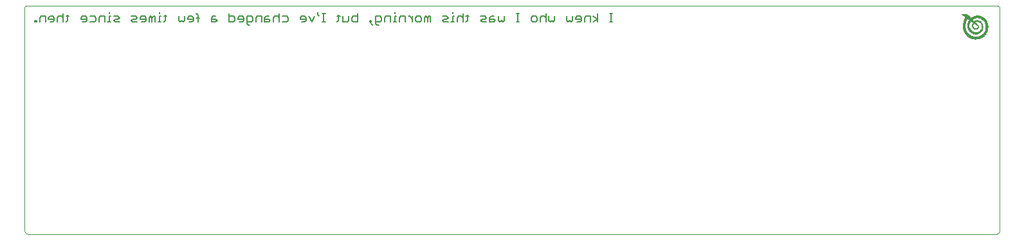
<source format=gbo>
G75*
%MOIN*%
%OFA0B0*%
%FSLAX24Y24*%
%IPPOS*%
%LPD*%
%AMOC8*
5,1,8,0,0,1.08239X$1,22.5*
%
%ADD10C,0.0000*%
%ADD11C,0.0050*%
%ADD12R,0.0010X0.0010*%
%ADD13R,0.0230X0.0010*%
%ADD14R,0.0330X0.0010*%
%ADD15R,0.0400X0.0010*%
%ADD16R,0.0470X0.0010*%
%ADD17R,0.0520X0.0010*%
%ADD18R,0.0560X0.0010*%
%ADD19R,0.0600X0.0010*%
%ADD20R,0.0640X0.0010*%
%ADD21R,0.0680X0.0010*%
%ADD22R,0.0710X0.0010*%
%ADD23R,0.0740X0.0010*%
%ADD24R,0.0770X0.0010*%
%ADD25R,0.0790X0.0010*%
%ADD26R,0.0320X0.0010*%
%ADD27R,0.0280X0.0010*%
%ADD28R,0.0260X0.0010*%
%ADD29R,0.0240X0.0010*%
%ADD30R,0.0220X0.0010*%
%ADD31R,0.0210X0.0010*%
%ADD32R,0.0200X0.0010*%
%ADD33R,0.0190X0.0010*%
%ADD34R,0.0180X0.0010*%
%ADD35R,0.0170X0.0010*%
%ADD36R,0.0150X0.0010*%
%ADD37R,0.0160X0.0010*%
%ADD38R,0.0250X0.0010*%
%ADD39R,0.0300X0.0010*%
%ADD40R,0.0350X0.0010*%
%ADD41R,0.0390X0.0010*%
%ADD42R,0.0420X0.0010*%
%ADD43R,0.0450X0.0010*%
%ADD44R,0.0480X0.0010*%
%ADD45R,0.0140X0.0010*%
%ADD46R,0.0510X0.0010*%
%ADD47R,0.0530X0.0010*%
%ADD48R,0.0130X0.0010*%
%ADD49R,0.0120X0.0010*%
%ADD50R,0.0110X0.0010*%
%ADD51R,0.0100X0.0010*%
%ADD52R,0.0090X0.0010*%
%ADD53R,0.0080X0.0010*%
%ADD54R,0.0020X0.0010*%
%ADD55R,0.0070X0.0010*%
%ADD56R,0.0050X0.0010*%
%ADD57R,0.0040X0.0010*%
%ADD58R,0.0030X0.0010*%
%ADD59R,0.0060X0.0010*%
%ADD60R,0.0290X0.0010*%
%ADD61R,0.0270X0.0010*%
%ADD62R,0.0310X0.0010*%
%ADD63R,0.0540X0.0010*%
%ADD64R,0.0570X0.0010*%
%ADD65R,0.0650X0.0010*%
%ADD66R,0.0620X0.0010*%
%ADD67R,0.0590X0.0010*%
%ADD68R,0.0500X0.0010*%
%ADD69R,0.0460X0.0010*%
%ADD70R,0.0410X0.0010*%
%ADD71R,0.0360X0.0010*%
D10*
X003510Y002393D02*
X053556Y002393D01*
X053587Y002395D01*
X053617Y002400D01*
X053646Y002410D01*
X053675Y002422D01*
X053701Y002438D01*
X053725Y002457D01*
X053747Y002479D01*
X053766Y002503D01*
X053782Y002529D01*
X053794Y002558D01*
X053804Y002587D01*
X053809Y002617D01*
X053811Y002648D01*
X053811Y014133D01*
X053809Y014153D01*
X053805Y014172D01*
X053797Y014191D01*
X053787Y014208D01*
X053774Y014223D01*
X053759Y014236D01*
X053742Y014246D01*
X053723Y014254D01*
X053704Y014258D01*
X053684Y014260D01*
X053684Y014259D02*
X003376Y014259D01*
X003356Y014257D01*
X003336Y014252D01*
X003318Y014243D01*
X003301Y014232D01*
X003287Y014218D01*
X003276Y014201D01*
X003267Y014183D01*
X003262Y014163D01*
X003260Y014143D01*
X003260Y002643D01*
X003262Y002613D01*
X003267Y002583D01*
X003276Y002554D01*
X003289Y002527D01*
X003304Y002501D01*
X003323Y002477D01*
X003344Y002456D01*
X003368Y002437D01*
X003394Y002422D01*
X003421Y002409D01*
X003450Y002400D01*
X003480Y002395D01*
X003510Y002393D01*
D11*
X014788Y013343D02*
X014788Y013719D01*
X015014Y013719D01*
X015089Y013643D01*
X015089Y013493D01*
X015014Y013418D01*
X014788Y013418D01*
X014788Y013343D02*
X014863Y013268D01*
X014938Y013268D01*
X015249Y013418D02*
X015249Y013643D01*
X015324Y013719D01*
X015549Y013719D01*
X015549Y013418D01*
X015709Y013418D02*
X015934Y013418D01*
X016009Y013493D01*
X015934Y013568D01*
X015709Y013568D01*
X015709Y013643D02*
X015709Y013418D01*
X015709Y013643D02*
X015784Y013719D01*
X015934Y013719D01*
X016170Y013643D02*
X016170Y013418D01*
X016170Y013643D02*
X016245Y013719D01*
X016395Y013719D01*
X016470Y013643D01*
X016630Y013719D02*
X016855Y013719D01*
X016930Y013643D01*
X016930Y013493D01*
X016855Y013418D01*
X016630Y013418D01*
X016470Y013418D02*
X016470Y013869D01*
X017551Y013643D02*
X017551Y013568D01*
X017851Y013568D01*
X017851Y013493D02*
X017851Y013643D01*
X017776Y013719D01*
X017626Y013719D01*
X017551Y013643D01*
X017626Y013418D02*
X017776Y013418D01*
X017851Y013493D01*
X018011Y013719D02*
X018161Y013418D01*
X018311Y013719D01*
X018467Y013794D02*
X018542Y013719D01*
X018467Y013794D02*
X018467Y013944D01*
X018698Y013869D02*
X018848Y013869D01*
X018773Y013869D02*
X018773Y013418D01*
X018848Y013418D02*
X018698Y013418D01*
X019466Y013418D02*
X019541Y013493D01*
X019541Y013794D01*
X019616Y013719D02*
X019466Y013719D01*
X019776Y013719D02*
X019776Y013418D01*
X020001Y013418D01*
X020076Y013493D01*
X020076Y013719D01*
X020236Y013643D02*
X020311Y013719D01*
X020537Y013719D01*
X020537Y013869D02*
X020537Y013418D01*
X020311Y013418D01*
X020236Y013493D01*
X020236Y013643D01*
X021154Y013493D02*
X021229Y013493D01*
X021229Y013418D01*
X021154Y013418D01*
X021154Y013493D01*
X021154Y013418D02*
X021304Y013268D01*
X021464Y013343D02*
X021464Y013719D01*
X021689Y013719D01*
X021764Y013643D01*
X021764Y013493D01*
X021689Y013418D01*
X021464Y013418D01*
X021464Y013343D02*
X021539Y013268D01*
X021614Y013268D01*
X021924Y013418D02*
X021924Y013643D01*
X022000Y013719D01*
X022225Y013719D01*
X022225Y013418D01*
X022382Y013418D02*
X022532Y013418D01*
X022457Y013418D02*
X022457Y013719D01*
X022532Y013719D01*
X022457Y013869D02*
X022457Y013944D01*
X022692Y013643D02*
X022767Y013719D01*
X022992Y013719D01*
X022992Y013418D01*
X022692Y013418D02*
X022692Y013643D01*
X023150Y013719D02*
X023226Y013719D01*
X023376Y013568D01*
X023376Y013418D02*
X023376Y013719D01*
X023536Y013643D02*
X023611Y013719D01*
X023761Y013719D01*
X023836Y013643D01*
X023836Y013493D01*
X023761Y013418D01*
X023611Y013418D01*
X023536Y013493D01*
X023536Y013643D01*
X023996Y013643D02*
X023996Y013418D01*
X024146Y013418D02*
X024146Y013643D01*
X024071Y013719D01*
X023996Y013643D01*
X024146Y013643D02*
X024221Y013719D01*
X024296Y013719D01*
X024296Y013418D01*
X024917Y013493D02*
X024992Y013568D01*
X025142Y013568D01*
X025217Y013643D01*
X025142Y013719D01*
X024917Y013719D01*
X025449Y013719D02*
X025449Y013418D01*
X025524Y013418D02*
X025374Y013418D01*
X025217Y013418D02*
X024992Y013418D01*
X024917Y013493D01*
X025684Y013418D02*
X025684Y013643D01*
X025759Y013719D01*
X025910Y013719D01*
X025985Y013643D01*
X026141Y013719D02*
X026292Y013719D01*
X026216Y013794D02*
X026216Y013493D01*
X026141Y013418D01*
X025985Y013418D02*
X025985Y013869D01*
X025524Y013719D02*
X025449Y013719D01*
X025449Y013869D02*
X025449Y013944D01*
X026912Y013719D02*
X027137Y013719D01*
X027212Y013643D01*
X027137Y013568D01*
X026987Y013568D01*
X026912Y013493D01*
X026987Y013418D01*
X027212Y013418D01*
X027372Y013418D02*
X027598Y013418D01*
X027673Y013493D01*
X027598Y013568D01*
X027372Y013568D01*
X027372Y013643D02*
X027372Y013418D01*
X027372Y013643D02*
X027447Y013719D01*
X027598Y013719D01*
X027833Y013719D02*
X027833Y013493D01*
X027908Y013418D01*
X027983Y013493D01*
X028058Y013418D01*
X028133Y013493D01*
X028133Y013719D01*
X028750Y013869D02*
X028900Y013869D01*
X028825Y013869D02*
X028825Y013418D01*
X028900Y013418D02*
X028750Y013418D01*
X029521Y013493D02*
X029521Y013643D01*
X029596Y013719D01*
X029746Y013719D01*
X029821Y013643D01*
X029821Y013493D01*
X029746Y013418D01*
X029596Y013418D01*
X029521Y013493D01*
X029981Y013418D02*
X029981Y013643D01*
X030056Y013719D01*
X030207Y013719D01*
X030282Y013643D01*
X030442Y013719D02*
X030442Y013493D01*
X030517Y013418D01*
X030592Y013493D01*
X030667Y013418D01*
X030742Y013493D01*
X030742Y013719D01*
X030282Y013869D02*
X030282Y013418D01*
X031362Y013493D02*
X031362Y013719D01*
X031663Y013719D02*
X031663Y013493D01*
X031588Y013418D01*
X031513Y013493D01*
X031438Y013418D01*
X031362Y013493D01*
X031823Y013568D02*
X032123Y013568D01*
X032123Y013493D02*
X032123Y013643D01*
X032048Y013719D01*
X031898Y013719D01*
X031823Y013643D01*
X031823Y013568D01*
X031898Y013418D02*
X032048Y013418D01*
X032123Y013493D01*
X032283Y013418D02*
X032283Y013643D01*
X032358Y013719D01*
X032584Y013719D01*
X032584Y013418D01*
X032742Y013418D02*
X032967Y013568D01*
X032742Y013719D01*
X032967Y013869D02*
X032967Y013418D01*
X033584Y013418D02*
X033735Y013418D01*
X033659Y013418D02*
X033659Y013869D01*
X033584Y013869D02*
X033735Y013869D01*
X014628Y013643D02*
X014628Y013493D01*
X014553Y013418D01*
X014403Y013418D01*
X014328Y013568D02*
X014628Y013568D01*
X014628Y013643D02*
X014553Y013719D01*
X014403Y013719D01*
X014328Y013643D01*
X014328Y013568D01*
X014168Y013493D02*
X014168Y013643D01*
X014093Y013719D01*
X013868Y013719D01*
X013868Y013869D02*
X013868Y013418D01*
X014093Y013418D01*
X014168Y013493D01*
X013247Y013493D02*
X013172Y013568D01*
X012947Y013568D01*
X012947Y013643D02*
X012947Y013418D01*
X013172Y013418D01*
X013247Y013493D01*
X013022Y013719D02*
X012947Y013643D01*
X013022Y013719D02*
X013172Y013719D01*
X012326Y013643D02*
X012176Y013643D01*
X012019Y013643D02*
X011944Y013719D01*
X011794Y013719D01*
X011719Y013643D01*
X011719Y013568D01*
X012019Y013568D01*
X012019Y013493D02*
X012019Y013643D01*
X012019Y013493D02*
X011944Y013418D01*
X011794Y013418D01*
X011559Y013493D02*
X011484Y013418D01*
X011409Y013493D01*
X011334Y013418D01*
X011259Y013493D01*
X011259Y013719D01*
X011559Y013719D02*
X011559Y013493D01*
X010563Y013493D02*
X010488Y013418D01*
X010563Y013493D02*
X010563Y013794D01*
X010638Y013719D02*
X010488Y013719D01*
X010331Y013719D02*
X010256Y013719D01*
X010256Y013418D01*
X010331Y013418D02*
X010181Y013418D01*
X010024Y013418D02*
X010024Y013719D01*
X009949Y013719D01*
X009874Y013643D01*
X009799Y013719D01*
X009724Y013643D01*
X009724Y013418D01*
X009874Y013418D02*
X009874Y013643D01*
X009564Y013643D02*
X009489Y013719D01*
X009339Y013719D01*
X009264Y013643D01*
X009264Y013568D01*
X009564Y013568D01*
X009564Y013493D02*
X009564Y013643D01*
X009564Y013493D02*
X009489Y013418D01*
X009339Y013418D01*
X009104Y013418D02*
X008878Y013418D01*
X008803Y013493D01*
X008878Y013568D01*
X009028Y013568D01*
X009104Y013643D01*
X009028Y013719D01*
X008803Y013719D01*
X008183Y013643D02*
X008108Y013719D01*
X007882Y013719D01*
X007722Y013719D02*
X007647Y013719D01*
X007647Y013418D01*
X007722Y013418D02*
X007572Y013418D01*
X007415Y013418D02*
X007415Y013719D01*
X007190Y013719D01*
X007115Y013643D01*
X007115Y013418D01*
X006955Y013493D02*
X006880Y013418D01*
X006655Y013418D01*
X006495Y013493D02*
X006495Y013643D01*
X006420Y013719D01*
X006269Y013719D01*
X006194Y013643D01*
X006194Y013568D01*
X006495Y013568D01*
X006495Y013493D02*
X006420Y013418D01*
X006269Y013418D01*
X006880Y013719D02*
X006955Y013643D01*
X006955Y013493D01*
X006880Y013719D02*
X006655Y013719D01*
X007647Y013869D02*
X007647Y013944D01*
X007958Y013568D02*
X008108Y013568D01*
X008183Y013643D01*
X008183Y013418D02*
X007958Y013418D01*
X007882Y013493D01*
X007958Y013568D01*
X010256Y013869D02*
X010256Y013944D01*
X012176Y013869D02*
X012251Y013794D01*
X012251Y013418D01*
X005574Y013719D02*
X005424Y013719D01*
X005499Y013794D02*
X005499Y013493D01*
X005424Y013418D01*
X005267Y013418D02*
X005267Y013869D01*
X005192Y013719D02*
X005042Y013719D01*
X004967Y013643D01*
X004967Y013418D01*
X004807Y013493D02*
X004807Y013643D01*
X004731Y013719D01*
X004581Y013719D01*
X004506Y013643D01*
X004506Y013568D01*
X004807Y013568D01*
X004807Y013493D02*
X004731Y013418D01*
X004581Y013418D01*
X004346Y013418D02*
X004346Y013719D01*
X004121Y013719D01*
X004046Y013643D01*
X004046Y013418D01*
X003886Y013418D02*
X003811Y013418D01*
X003811Y013493D01*
X003886Y013493D01*
X003886Y013418D01*
X005192Y013719D02*
X005267Y013643D01*
D12*
X052450Y012513D03*
X052520Y012503D03*
X052550Y012503D03*
X052570Y012503D03*
X052590Y012503D03*
X052610Y012503D03*
X052590Y012763D03*
X052560Y012763D03*
X052530Y012763D03*
X052470Y012773D03*
X052650Y012773D03*
X052580Y013013D03*
X052530Y013013D03*
X052630Y013483D03*
X052650Y013483D03*
X052590Y013603D03*
X052610Y013723D03*
X052630Y013723D03*
X052650Y013723D03*
X052670Y013723D03*
X052690Y013723D03*
X052720Y013603D03*
D13*
X052310Y013533D03*
X052560Y013053D03*
X052230Y012683D03*
X052910Y012683D03*
X052580Y012513D03*
D14*
X052570Y012523D03*
D15*
X052575Y012533D03*
D16*
X052570Y012543D03*
X052570Y013433D03*
D17*
X052255Y013583D03*
X052575Y012553D03*
D18*
X052565Y012563D03*
X052655Y013643D03*
D19*
X052575Y012573D03*
D20*
X052575Y012583D03*
D21*
X052575Y012593D03*
D22*
X052570Y012603D03*
D23*
X052575Y012613D03*
D24*
X052570Y012623D03*
D25*
X052570Y012633D03*
D26*
X052825Y012643D03*
X052315Y012643D03*
D27*
X052295Y012653D03*
X052855Y012653D03*
X052315Y013553D03*
X052045Y013743D03*
X052025Y013763D03*
X052005Y013773D03*
X051995Y013783D03*
X051985Y013793D03*
D28*
X052095Y013703D03*
X052105Y013693D03*
X052115Y013683D03*
X052155Y013643D03*
X052305Y013543D03*
X052495Y013413D03*
X052645Y013453D03*
X052865Y013603D03*
X052875Y012663D03*
X052265Y012663D03*
D29*
X052245Y012673D03*
X052895Y012673D03*
X052335Y013473D03*
X052155Y013653D03*
D30*
X052335Y013483D03*
X052905Y013583D03*
X052925Y013573D03*
X052655Y013713D03*
X052395Y012873D03*
X052215Y012693D03*
X052925Y012693D03*
D31*
X052940Y012703D03*
X052200Y012703D03*
X052470Y013403D03*
X052330Y013493D03*
X052310Y013523D03*
X052640Y013463D03*
X052940Y013563D03*
D32*
X052955Y013553D03*
X052495Y013323D03*
X052555Y013043D03*
X052185Y012713D03*
X052955Y012713D03*
X052965Y012723D03*
D33*
X052980Y012733D03*
X052370Y012883D03*
X052170Y012723D03*
X052160Y012733D03*
X052150Y012743D03*
X052490Y013333D03*
X052330Y013503D03*
X052320Y013513D03*
X052970Y013543D03*
X052980Y013533D03*
D34*
X052745Y012873D03*
X052985Y012743D03*
X053005Y012763D03*
X052355Y012893D03*
X052135Y012753D03*
X052125Y012763D03*
D35*
X052120Y012773D03*
X052110Y012783D03*
X052100Y012793D03*
X052340Y012903D03*
X052560Y013033D03*
X052490Y013343D03*
X052470Y013393D03*
X052750Y013413D03*
X052990Y013523D03*
X053000Y013513D03*
X053010Y013503D03*
X053030Y013483D03*
X053020Y012773D03*
X053000Y012753D03*
D36*
X053060Y012833D03*
X053070Y012843D03*
X053080Y012863D03*
X052560Y012773D03*
X052310Y012923D03*
X052070Y012833D03*
X052060Y012843D03*
X052060Y012853D03*
X052050Y012863D03*
X052470Y013383D03*
X052050Y013543D03*
X052040Y013523D03*
X052030Y013503D03*
X052020Y013483D03*
X052060Y013563D03*
X053040Y013473D03*
X053060Y013443D03*
X053070Y013433D03*
X053080Y013413D03*
D37*
X053055Y013453D03*
X053045Y013463D03*
X053025Y013493D03*
X052645Y013473D03*
X052485Y013353D03*
X052055Y013553D03*
X052325Y012913D03*
X052095Y012803D03*
X052085Y012813D03*
X052075Y012823D03*
X052765Y012883D03*
X053025Y012783D03*
X053035Y012793D03*
X053045Y012803D03*
X053045Y012813D03*
X053055Y012823D03*
D38*
X052560Y012783D03*
X052340Y013463D03*
X052140Y013663D03*
X052130Y013673D03*
X052890Y013593D03*
D39*
X052645Y013443D03*
X052165Y013613D03*
X052565Y012793D03*
D40*
X052560Y012803D03*
D41*
X052560Y012813D03*
D42*
X052565Y012823D03*
D43*
X052560Y012833D03*
D44*
X052565Y012843D03*
X052585Y013423D03*
D45*
X052485Y013373D03*
X052485Y013363D03*
X052775Y013403D03*
X053075Y013423D03*
X053085Y013403D03*
X053095Y013393D03*
X053095Y013383D03*
X053105Y013363D03*
X052045Y013533D03*
X052035Y013513D03*
X052025Y013493D03*
X052015Y013473D03*
X052015Y013463D03*
X052005Y013453D03*
X052005Y013443D03*
X052005Y013433D03*
X051995Y013413D03*
X051985Y013383D03*
X052005Y012953D03*
X052015Y012933D03*
X052015Y012923D03*
X052025Y012913D03*
X052025Y012903D03*
X052035Y012893D03*
X052035Y012883D03*
X052045Y012873D03*
X052295Y012943D03*
X052305Y012933D03*
X052785Y012893D03*
X053075Y012853D03*
X053085Y012873D03*
X053095Y012883D03*
X053095Y012893D03*
X053105Y012913D03*
D46*
X052560Y012853D03*
X052240Y013573D03*
D47*
X052660Y013653D03*
X052560Y012863D03*
D48*
X052800Y012903D03*
X053100Y012903D03*
X053110Y012923D03*
X053110Y012933D03*
X053120Y012943D03*
X053120Y012953D03*
X053120Y012963D03*
X053130Y012973D03*
X053130Y012983D03*
X053130Y012993D03*
X053130Y013003D03*
X053140Y013033D03*
X053140Y013043D03*
X053140Y013063D03*
X053150Y013113D03*
X053150Y013133D03*
X053150Y013153D03*
X053150Y013173D03*
X053150Y013193D03*
X053140Y013243D03*
X053140Y013273D03*
X053130Y013283D03*
X053130Y013293D03*
X053130Y013303D03*
X053120Y013323D03*
X053120Y013333D03*
X053110Y013343D03*
X053110Y013353D03*
X053100Y013373D03*
X052270Y012973D03*
X052270Y012963D03*
X052280Y012953D03*
X052010Y012943D03*
X052000Y012963D03*
X052000Y012973D03*
X051990Y012983D03*
X051990Y012993D03*
X051990Y013003D03*
X051980Y013023D03*
X051980Y013033D03*
X051980Y013053D03*
X051970Y013063D03*
X051970Y013073D03*
X051970Y013083D03*
X051960Y013123D03*
X051960Y013143D03*
X051960Y013153D03*
X051960Y013163D03*
X051960Y013173D03*
X051960Y013193D03*
X051960Y013203D03*
X051960Y013213D03*
X051960Y013223D03*
X051960Y013233D03*
X051960Y013243D03*
X051960Y013263D03*
X051970Y013293D03*
X051970Y013303D03*
X051970Y013313D03*
X051970Y013323D03*
X051970Y013333D03*
X051980Y013343D03*
X051980Y013353D03*
X051980Y013363D03*
X051980Y013373D03*
X051990Y013393D03*
X051990Y013403D03*
X052000Y013423D03*
D49*
X051965Y013283D03*
X051965Y013273D03*
X051965Y013253D03*
X051955Y013183D03*
X051965Y013133D03*
X051965Y013113D03*
X051965Y013103D03*
X051965Y013093D03*
X051975Y013043D03*
X051985Y013013D03*
X052235Y013023D03*
X052245Y013003D03*
X052255Y012993D03*
X052255Y012983D03*
X052555Y013023D03*
X052815Y012913D03*
X053135Y013013D03*
X053135Y013023D03*
X053145Y013053D03*
X053145Y013073D03*
X053145Y013083D03*
X053145Y013093D03*
X053145Y013103D03*
X053145Y013123D03*
X053145Y013143D03*
X053145Y013163D03*
X053145Y013183D03*
X053145Y013203D03*
X053145Y013213D03*
X053145Y013223D03*
X053145Y013233D03*
X053135Y013253D03*
X053135Y013263D03*
X053125Y013313D03*
X052795Y013393D03*
X052255Y013433D03*
D50*
X052250Y013423D03*
X052240Y013413D03*
X052240Y013403D03*
X052230Y013393D03*
X052230Y013383D03*
X052220Y013363D03*
X052220Y013353D03*
X052210Y013343D03*
X052200Y013303D03*
X052200Y013283D03*
X052550Y013313D03*
X052560Y013303D03*
X052810Y013383D03*
X052480Y013063D03*
X052240Y013013D03*
X052230Y013033D03*
X052220Y013043D03*
X052220Y013053D03*
X052210Y013083D03*
X052820Y012923D03*
X052830Y012933D03*
X052840Y012943D03*
X052850Y012953D03*
D51*
X052855Y012963D03*
X052865Y012973D03*
X052875Y012993D03*
X052215Y013063D03*
X052215Y013073D03*
X052205Y013093D03*
X052205Y013103D03*
X052205Y013113D03*
X052195Y013123D03*
X052195Y013133D03*
X052195Y013143D03*
X052195Y013153D03*
X052195Y013163D03*
X052195Y013173D03*
X052195Y013183D03*
X052195Y013193D03*
X052195Y013203D03*
X052195Y013213D03*
X052195Y013223D03*
X052195Y013233D03*
X052195Y013243D03*
X052195Y013253D03*
X052195Y013263D03*
X052195Y013273D03*
X052205Y013293D03*
X052205Y013313D03*
X052205Y013323D03*
X052215Y013333D03*
X052225Y013373D03*
X052575Y013293D03*
X052585Y013283D03*
X052825Y013373D03*
X052835Y013363D03*
D52*
X052840Y013353D03*
X052850Y013343D03*
X052860Y013333D03*
X052610Y013263D03*
X052600Y013273D03*
X052900Y013053D03*
X052890Y013033D03*
X052890Y013023D03*
X052880Y013003D03*
X052870Y012983D03*
D53*
X052885Y013013D03*
X052895Y013043D03*
X052905Y013063D03*
X052905Y013073D03*
X052905Y013083D03*
X052905Y013093D03*
X052905Y013103D03*
X052915Y013113D03*
X052905Y013123D03*
X052915Y013133D03*
X052915Y013153D03*
X052915Y013173D03*
X052905Y013223D03*
X052905Y013233D03*
X052895Y013263D03*
X052885Y013283D03*
X052885Y013293D03*
X052875Y013303D03*
X052875Y013313D03*
X052865Y013323D03*
X052635Y013243D03*
X052425Y013303D03*
X052425Y013313D03*
X052415Y013273D03*
X052455Y013083D03*
X052465Y013073D03*
D54*
X052555Y013013D03*
X052705Y013123D03*
X052715Y013143D03*
X052725Y013153D03*
X052645Y013413D03*
D55*
X052420Y013293D03*
X052420Y013283D03*
X052410Y013263D03*
X052410Y013253D03*
X052410Y013243D03*
X052410Y013233D03*
X052400Y013223D03*
X052410Y013173D03*
X052420Y013133D03*
X052420Y013123D03*
X052430Y013113D03*
X052440Y013093D03*
X052640Y013063D03*
X052620Y013253D03*
X052890Y013273D03*
X052900Y013253D03*
X052900Y013243D03*
X052910Y013213D03*
X052910Y013203D03*
X052910Y013193D03*
X052910Y013183D03*
X052910Y013163D03*
X052910Y013143D03*
D56*
X052680Y013203D03*
X052670Y013213D03*
X052660Y013073D03*
D57*
X052675Y013083D03*
X052685Y013093D03*
X052705Y013183D03*
X052695Y013193D03*
D58*
X052720Y013173D03*
X052720Y013163D03*
X052710Y013133D03*
X052700Y013113D03*
X052690Y013103D03*
D59*
X052655Y013223D03*
X052645Y013233D03*
X052405Y013213D03*
X052405Y013203D03*
X052405Y013193D03*
X052405Y013183D03*
X052405Y013163D03*
X052415Y013153D03*
X052415Y013143D03*
X052435Y013103D03*
D60*
X052340Y013443D03*
X052160Y013623D03*
X051970Y013803D03*
X052650Y013703D03*
D61*
X052160Y013633D03*
X052080Y013713D03*
X052070Y013723D03*
X052060Y013733D03*
X052030Y013753D03*
X052340Y013453D03*
D62*
X052310Y013563D03*
D63*
X052275Y013593D03*
D64*
X052290Y013603D03*
D65*
X052660Y013613D03*
D66*
X052655Y013623D03*
D67*
X052660Y013633D03*
D68*
X052655Y013663D03*
D69*
X052655Y013673D03*
D70*
X052650Y013683D03*
D71*
X052655Y013693D03*
M02*

</source>
